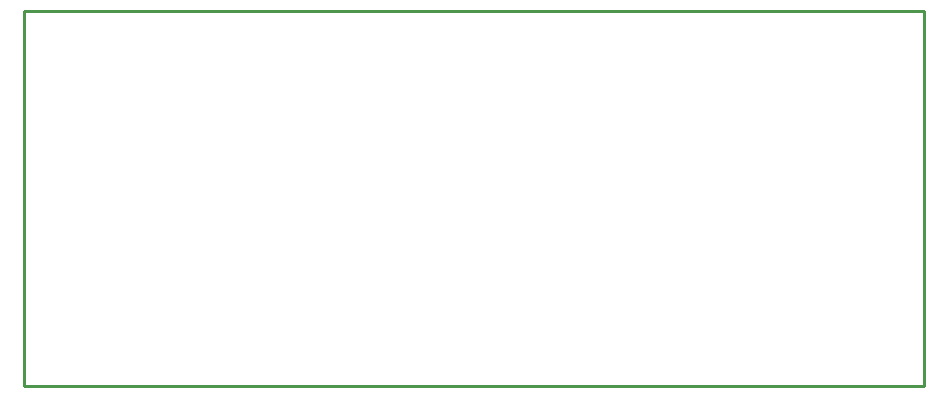
<source format=gbr>
G04 start of page 4 for group 2 idx 2 *
G04 Title: (unknown), outline *
G04 Creator: pcb 20110918 *
G04 CreationDate: Tue 30 Sep 2014 08:46:46 PM GMT UTC *
G04 For: ndholmes *
G04 Format: Gerber/RS-274X *
G04 PCB-Dimensions: 300000 125000 *
G04 PCB-Coordinate-Origin: lower left *
%MOIN*%
%FSLAX25Y25*%
%LNOUTLINE*%
%ADD55C,0.0100*%
G54D55*X0Y0D02*X300000D01*
Y125000D01*
X0D01*
Y0D01*
M02*

</source>
